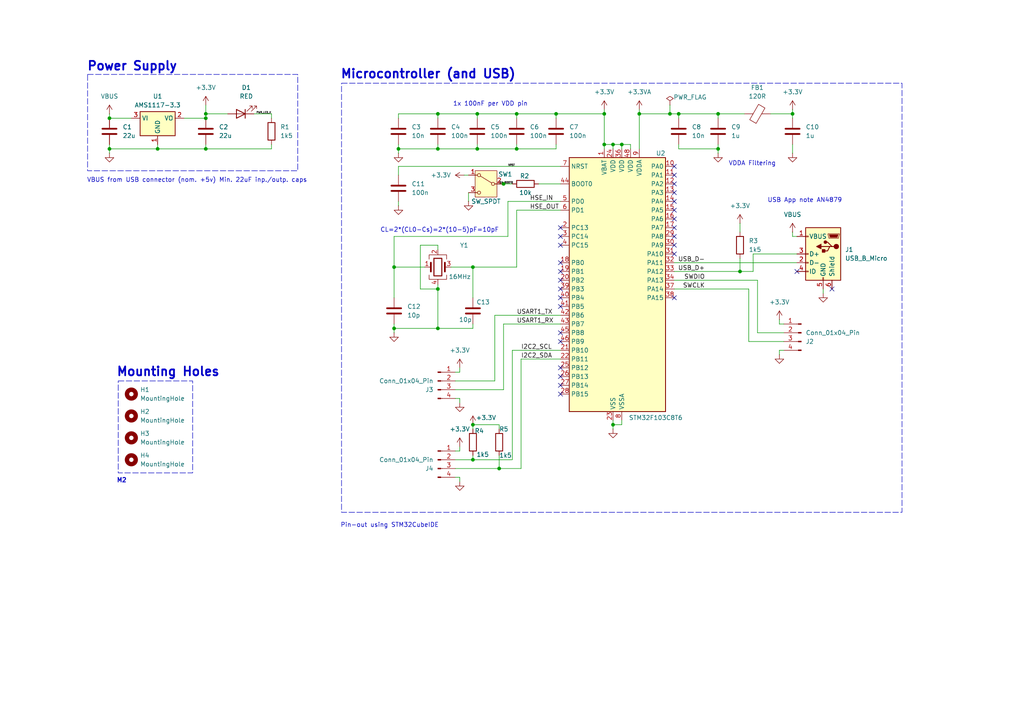
<source format=kicad_sch>
(kicad_sch (version 20231120) (generator "eeschema") (generator_version "8.0")
  (paper "A4")
  (lib_symbols
    (symbol "Connector:Conn_01x04_Pin" (pin_names (offset 1.016) hide)
      (property "Reference" "J" (at 0 5.08 0))
      (property "Value" "Conn_01x04_Pin" (at 0 -7.62 0))
      (symbol "Conn_01x04_Pin_1_1"
        (polyline (pts (xy 1.27 -5.08) (xy 0.8636 -5.08)) (stroke (width 0.1524)))
        (polyline (pts (xy 1.27 -2.54) (xy 0.8636 -2.54)) (stroke (width 0.1524)))
        (polyline (pts (xy 1.27 0) (xy 0.8636 0)) (stroke (width 0.1524)))
        (polyline (pts (xy 1.27 2.54) (xy 0.8636 2.54)) (stroke (width 0.1524)))
        (rectangle (start 0.8636 -4.953) (end 0 -5.207) (stroke (width 0.1524)) (fill (type outline)))
        (rectangle (start 0.8636 -2.413) (end 0 -2.667) (stroke (width 0.1524)) (fill (type outline)))
        (rectangle (start 0.8636 0.127) (end 0 -0.127) (stroke (width 0.1524)) (fill (type outline)))
        (rectangle (start 0.8636 2.667) (end 0 2.413) (stroke (width 0.1524)) (fill (type outline)))
        (pin passive line (at 5.08 2.54 180) (length 3.81) (name "Pin_1") (number "1"))
        (pin passive line (at 5.08 0 180) (length 3.81) (name "Pin_2") (number "2"))
        (pin passive line (at 5.08 -2.54 180) (length 3.81) (name "Pin_3") (number "3"))
        (pin passive line (at 5.08 -5.08 180) (length 3.81) (name "Pin_4") (number "4"))
      )
    )
    (symbol "Connector:USB_B_Micro" (pin_names (offset 1.016))
      (property "Reference" "J" (at -5.08 11.43 0))
      (property "Value" "USB_B_Micro" (at -5.08 8.89 0))
      (symbol "USB_B_Micro_0_1"
        (rectangle (start -5.08 -7.62) (end 5.08 7.62) (stroke (width 0.254)) (fill (type background)))
        (circle (center -3.81 2.159) (radius 0.635) (stroke (width 0.254)) (fill (type outline)))
        (circle (center -0.635 3.429) (radius 0.381) (stroke (width 0.254)) (fill (type outline)))
        (rectangle (start -0.127 -7.62) (end 0.127 -6.858))
        (polyline (pts (xy -1.905 2.159) (xy 0.635 2.159)) (stroke (width 0.254)))
        (polyline (pts (xy -3.175 2.159) (xy -2.54 2.159) (xy -1.27 3.429) (xy -0.635 3.429)) (stroke (width 0.254)))
        (polyline (pts (xy -2.54 2.159) (xy -1.905 2.159) (xy -1.27 0.889) (xy 0 0.889)) (stroke (width 0.254)))
        (polyline (pts (xy 0.635 2.794) (xy 0.635 1.524) (xy 1.905 2.159) (xy 0.635 2.794)) (stroke (width 0.254)) (fill (type outline)))
        (polyline (pts (xy -4.318 5.588) (xy -1.778 5.588) (xy -2.032 4.826) (xy -4.064 4.826) (xy -4.318 5.588)) (fill (type outline)))
        (polyline (pts (xy -4.699 5.842) (xy -4.699 5.588) (xy -4.445 4.826) (xy -4.445 4.572) (xy -1.651 4.572) (xy -1.651 4.826) (xy -1.397 5.588) (xy -1.397 5.842) (xy -4.699 5.842)))
        (rectangle (start 0.254 1.27) (end -0.508 0.508) (stroke (width 0.254)) (fill (type outline)))
        (rectangle (start 5.08 -5.207) (end 4.318 -4.953))
        (rectangle (start 5.08 -2.667) (end 4.318 -2.413))
        (rectangle (start 5.08 -0.127) (end 4.318 0.127))
        (rectangle (start 5.08 4.953) (end 4.318 5.207))
      )
      (symbol "USB_B_Micro_1_1"
        (pin power_out line (at 7.62 5.08 180) (length 2.54) (name "VBUS") (number "1"))
        (pin bidirectional line (at 7.62 -2.54 180) (length 2.54) (name "D-") (number "2"))
        (pin bidirectional line (at 7.62 0 180) (length 2.54) (name "D+") (number "3"))
        (pin passive line (at 7.62 -5.08 180) (length 2.54) (name "ID") (number "4"))
        (pin power_out line (at 0 -10.16 90) (length 2.54) (name "GND") (number "5"))
        (pin passive line (at -2.54 -10.16 90) (length 2.54) (name "Shield") (number "6"))
      )
    )
    (symbol "Device:C" (pin_numbers hide) (pin_names (offset 0.254))
      (property "Reference" "C" (at 0.635 2.54 0))
      (property "Value" "C" (at 0.635 -2.54 0))
      (symbol "C_0_1"
        (polyline (pts (xy -2.032 -0.762) (xy 2.032 -0.762)) (stroke (width 0.508)))
        (polyline (pts (xy -2.032 0.762) (xy 2.032 0.762)) (stroke (width 0.508)))
      )
      (symbol "C_1_1"
        (pin passive line (at 0 3.81 270) (length 2.794) (name "~") (number "1"))
        (pin passive line (at 0 -3.81 90) (length 2.794) (name "~") (number "2"))
      )
    )
    (symbol "Device:Crystal_GND24" (pin_names (offset 1.016) hide)
      (property "Reference" "Y" (at 3.175 5.08 0))
      (property "Value" "Crystal_GND24" (at 3.175 3.175 0))
      (symbol "Crystal_GND24_0_1"
        (rectangle (start -1.143 2.54) (end 1.143 -2.54) (stroke (width 0.3048)))
        (polyline (pts (xy -2.54 0) (xy -2.032 0)))
        (polyline (pts (xy -2.032 -1.27) (xy -2.032 1.27)) (stroke (width 0.508)))
        (polyline (pts (xy 0 -3.81) (xy 0 -3.556)))
        (polyline (pts (xy 0 3.556) (xy 0 3.81)))
        (polyline (pts (xy 2.032 -1.27) (xy 2.032 1.27)) (stroke (width 0.508)))
        (polyline (pts (xy 2.032 0) (xy 2.54 0)))
        (polyline (pts (xy -2.54 -2.286) (xy -2.54 -3.556) (xy 2.54 -3.556) (xy 2.54 -2.286)))
        (polyline (pts (xy -2.54 2.286) (xy -2.54 3.556) (xy 2.54 3.556) (xy 2.54 2.286)))
      )
      (symbol "Crystal_GND24_1_1"
        (pin passive line (at -3.81 0 0) (length 1.27) (name "1") (number "1"))
        (pin passive line (at 0 5.08 270) (length 1.27) (name "2") (number "2"))
        (pin passive line (at 3.81 0 180) (length 1.27) (name "3") (number "3"))
        (pin passive line (at 0 -5.08 90) (length 1.27) (name "4") (number "4"))
      )
    )
    (symbol "Device:FerriteBead" (pin_numbers hide) (pin_names (offset 0))
      (property "Reference" "FB" (at -3.81 0.635 90))
      (property "Value" "FerriteBead" (at 3.81 0 90))
      (symbol "FerriteBead_0_1"
        (polyline (pts (xy 0 -1.27) (xy 0 -1.2192)))
        (polyline (pts (xy 0 1.27) (xy 0 1.2954)))
        (polyline (pts (xy -2.7686 0.4064) (xy -1.7018 2.2606) (xy 2.7686 -0.3048) (xy 1.6764 -2.159) (xy -2.7686 0.4064)))
      )
      (symbol "FerriteBead_1_1"
        (pin passive line (at 0 3.81 270) (length 2.54) (name "~") (number "1"))
        (pin passive line (at 0 -3.81 90) (length 2.54) (name "~") (number "2"))
      )
    )
    (symbol "Device:LED" (pin_numbers hide) (pin_names (offset 1.016) hide)
      (property "Reference" "D" (at 0 2.54 0))
      (property "Value" "LED" (at 0 -2.54 0))
      (symbol "LED_0_1"
        (polyline (pts (xy -1.27 -1.27) (xy -1.27 1.27)) (stroke (width 0.254)))
        (polyline (pts (xy -1.27 0) (xy 1.27 0)))
        (polyline (pts (xy 1.27 -1.27) (xy 1.27 1.27) (xy -1.27 0) (xy 1.27 -1.27)) (stroke (width 0.254)))
        (polyline (pts (xy -3.048 -0.762) (xy -4.572 -2.286) (xy -3.81 -2.286) (xy -4.572 -2.286) (xy -4.572 -1.524)))
        (polyline (pts (xy -1.778 -0.762) (xy -3.302 -2.286) (xy -2.54 -2.286) (xy -3.302 -2.286) (xy -3.302 -1.524)))
      )
      (symbol "LED_1_1"
        (pin passive line (at -3.81 0 0) (length 2.54) (name "K") (number "1"))
        (pin passive line (at 3.81 0 180) (length 2.54) (name "A") (number "2"))
      )
    )
    (symbol "Device:R" (pin_numbers hide) (pin_names (offset 0))
      (property "Reference" "R" (at 2.032 0 90))
      (property "Value" "R" (at 0 0 90))
      (symbol "R_0_1"
        (rectangle (start -1.016 -2.54) (end 1.016 2.54) (stroke (width 0.254)))
      )
      (symbol "R_1_1"
        (pin passive line (at 0 3.81 270) (length 1.27) (name "~") (number "1"))
        (pin passive line (at 0 -3.81 90) (length 1.27) (name "~") (number "2"))
      )
    )
    (symbol "MCU_ST_STM32F1:STM32F103C8Tx"
      (property "Reference" "U" (at -12.7 39.37 0))
      (property "Value" "STM32F103C8Tx" (at 10.16 39.37 0))
      (symbol "STM32F103C8Tx_0_1"
        (rectangle (start -12.7 -35.56) (end 15.24 38.1) (stroke (width 0.254)) (fill (type background)))
      )
      (symbol "STM32F103C8Tx_1_1"
        (pin power_in line (at -2.54 40.64 270) (length 2.54) (name "VBAT") (number "1"))
        (pin bidirectional line (at 17.78 35.56 180) (length 2.54) (name "PA0") (number "10"))
        (pin bidirectional line (at 17.78 33.02 180) (length 2.54) (name "PA1") (number "11"))
        (pin bidirectional line (at 17.78 30.48 180) (length 2.54) (name "PA2") (number "12"))
        (pin bidirectional line (at 17.78 27.94 180) (length 2.54) (name "PA3") (number "13"))
        (pin bidirectional line (at 17.78 25.4 180) (length 2.54) (name "PA4") (number "14"))
        (pin bidirectional line (at 17.78 22.86 180) (length 2.54) (name "PA5") (number "15"))
        (pin bidirectional line (at 17.78 20.32 180) (length 2.54) (name "PA6") (number "16"))
        (pin bidirectional line (at 17.78 17.78 180) (length 2.54) (name "PA7") (number "17"))
        (pin bidirectional line (at -15.24 7.62 0) (length 2.54) (name "PB0") (number "18"))
        (pin bidirectional line (at -15.24 5.08 0) (length 2.54) (name "PB1") (number "19"))
        (pin bidirectional line (at -15.24 17.78 0) (length 2.54) (name "PC13") (number "2"))
        (pin bidirectional line (at -15.24 2.54 0) (length 2.54) (name "PB2") (number "20"))
        (pin bidirectional line (at -15.24 -17.78 0) (length 2.54) (name "PB10") (number "21"))
        (pin bidirectional line (at -15.24 -20.32 0) (length 2.54) (name "PB11") (number "22"))
        (pin power_in line (at 0 -38.1 90) (length 2.54) (name "VSS") (number "23"))
        (pin power_in line (at 0 40.64 270) (length 2.54) (name "VDD") (number "24"))
        (pin bidirectional line (at -15.24 -22.86 0) (length 2.54) (name "PB12") (number "25"))
        (pin bidirectional line (at -15.24 -25.4 0) (length 2.54) (name "PB13") (number "26"))
        (pin bidirectional line (at -15.24 -27.94 0) (length 2.54) (name "PB14") (number "27"))
        (pin bidirectional line (at -15.24 -30.48 0) (length 2.54) (name "PB15") (number "28"))
        (pin bidirectional line (at 17.78 15.24 180) (length 2.54) (name "PA8") (number "29"))
        (pin bidirectional line (at -15.24 15.24 0) (length 2.54) (name "PC14") (number "3"))
        (pin bidirectional line (at 17.78 12.7 180) (length 2.54) (name "PA9") (number "30"))
        (pin bidirectional line (at 17.78 10.16 180) (length 2.54) (name "PA10") (number "31"))
        (pin bidirectional line (at 17.78 7.62 180) (length 2.54) (name "PA11") (number "32"))
        (pin bidirectional line (at 17.78 5.08 180) (length 2.54) (name "PA12") (number "33"))
        (pin bidirectional line (at 17.78 2.54 180) (length 2.54) (name "PA13") (number "34"))
        (pin passive line (at 0 -38.1 90) (length 2.54) hide (name "VSS") (number "35"))
        (pin power_in line (at 2.54 40.64 270) (length 2.54) (name "VDD") (number "36"))
        (pin bidirectional line (at 17.78 0 180) (length 2.54) (name "PA14") (number "37"))
        (pin bidirectional line (at 17.78 -2.54 180) (length 2.54) (name "PA15") (number "38"))
        (pin bidirectional line (at -15.24 0 0) (length 2.54) (name "PB3") (number "39"))
        (pin bidirectional line (at -15.24 12.7 0) (length 2.54) (name "PC15") (number "4"))
        (pin bidirectional line (at -15.24 -2.54 0) (length 2.54) (name "PB4") (number "40"))
        (pin bidirectional line (at -15.24 -5.08 0) (length 2.54) (name "PB5") (number "41"))
        (pin bidirectional line (at -15.24 -7.62 0) (length 2.54) (name "PB6") (number "42"))
        (pin bidirectional line (at -15.24 -10.16 0) (length 2.54) (name "PB7") (number "43"))
        (pin input line (at -15.24 30.48 0) (length 2.54) (name "BOOT0") (number "44"))
        (pin bidirectional line (at -15.24 -12.7 0) (length 2.54) (name "PB8") (number "45"))
        (pin bidirectional line (at -15.24 -15.24 0) (length 2.54) (name "PB9") (number "46"))
        (pin passive line (at 0 -38.1 90) (length 2.54) hide (name "VSS") (number "47"))
        (pin power_in line (at 5.08 40.64 270) (length 2.54) (name "VDD") (number "48"))
        (pin bidirectional line (at -15.24 25.4 0) (length 2.54) (name "PD0") (number "5"))
        (pin bidirectional line (at -15.24 22.86 0) (length 2.54) (name "PD1") (number "6"))
        (pin input line (at -15.24 35.56 0) (length 2.54) (name "NRST") (number "7"))
        (pin power_in line (at 2.54 -38.1 90) (length 2.54) (name "VSSA") (number "8"))
        (pin power_in line (at 7.62 40.64 270) (length 2.54) (name "VDDA") (number "9"))
      )
    )
    (symbol "Mechanical:MountingHole" (pin_names (offset 1.016)) (exclude_from_sim yes) (in_bom no)
      (property "Reference" "H" (at 0 5.08 0))
      (property "Value" "MountingHole" (at 0 3.175 0))
      (symbol "MountingHole_0_1"
        (circle (center 0 0) (radius 1.27) (stroke (width 1.27)))
      )
    )
    (symbol "Regulator_Linear:AMS1117-3.3"
      (property "Reference" "U" (at -3.81 3.175 0))
      (property "Value" "AMS1117-3.3" (at 0 3.175 0))
      (symbol "AMS1117-3.3_0_1"
        (rectangle (start -5.08 -5.08) (end 5.08 1.905) (stroke (width 0.254)) (fill (type background)))
      )
      (symbol "AMS1117-3.3_1_1"
        (pin power_in line (at 0 -7.62 90) (length 2.54) (name "GND") (number "1"))
        (pin power_out line (at 7.62 0 180) (length 2.54) (name "VO") (number "2"))
        (pin power_in line (at -7.62 0 0) (length 2.54) (name "VI") (number "3"))
      )
    )
    (symbol "Switch:SW_SPDT" (pin_names (offset 0) hide)
      (property "Reference" "SW" (at 0 5.08 0))
      (property "Value" "SW_SPDT" (at 0 -5.08 0))
      (symbol "SW_SPDT_0_1"
        (circle (center -2.032 0) (radius 0.4572))
        (polyline (pts (xy -1.651 0.254) (xy 1.651 2.286)))
        (circle (center 2.032 -2.54) (radius 0.4572))
        (circle (center 2.032 2.54) (radius 0.4572))
      )
      (symbol "SW_SPDT_1_1"
        (rectangle (start -3.175 3.81) (end 3.175 -3.81) (fill (type background)))
        (pin passive line (at 5.08 2.54 180) (length 2.54) (name "A") (number "1"))
        (pin passive line (at -5.08 0 0) (length 2.54) (name "B") (number "2"))
        (pin passive line (at 5.08 -2.54 180) (length 2.54) (name "C") (number "3"))
      )
    )
    (symbol "power:+3.3V" (power) (pin_numbers hide) (pin_names (offset 0) hide)
      (property "Value" "+3.3V" (at 0 3.556 0))
      (symbol "+3.3V_0_1"
        (polyline (pts (xy -0.762 1.27) (xy 0 2.54)))
        (polyline (pts (xy 0 0) (xy 0 2.54)))
        (polyline (pts (xy 0 2.54) (xy 0.762 1.27)))
      )
      (symbol "+3.3V_1_1"
        (pin power_in line (at 0 0 90) (length 0) (name "~") (number "1"))
      )
    )
    (symbol "power:+3.3VA" (power) (pin_numbers hide) (pin_names (offset 0) hide)
      (property "Value" "+3.3VA" (at 0 3.556 0))
      (symbol "+3.3VA_0_1"
        (polyline (pts (xy -0.762 1.27) (xy 0 2.54)))
        (polyline (pts (xy 0 0) (xy 0 2.54)))
        (polyline (pts (xy 0 2.54) (xy 0.762 1.27)))
      )
      (symbol "+3.3VA_1_1"
        (pin power_in line (at 0 0 90) (length 0) (name "~") (number "1"))
      )
    )
    (symbol "power:GND" (power) (pin_numbers hide) (pin_names (offset 0) hide)
      (property "Value" "GND" (at 0 -3.81 0))
      (symbol "GND_0_1"
        (polyline (pts (xy 0 0) (xy 0 -1.27) (xy 1.27 -1.27) (xy 0 -2.54) (xy -1.27 -1.27) (xy 0 -1.27)))
      )
      (symbol "GND_1_1"
        (pin power_in line (at 0 0 270) (length 0) (name "~") (number "1"))
      )
    )
    (symbol "power:PWR_FLAG" (power) (pin_numbers hide) (pin_names (offset 0) hide)
      (property "Value" "PWR_FLAG" (at 0 3.81 0))
      (symbol "PWR_FLAG_0_0"
        (pin power_out line (at 0 0 90) (length 0) (name "~") (number "1"))
      )
      (symbol "PWR_FLAG_0_1"
        (polyline (pts (xy 0 0) (xy 0 1.27) (xy -1.016 1.905) (xy 0 2.54) (xy 1.016 1.905) (xy 0 1.27)))
      )
    )
    (symbol "power:VBUS" (power) (pin_numbers hide) (pin_names (offset 0) hide)
      (property "Value" "VBUS" (at 0 3.556 0))
      (symbol "VBUS_0_1"
        (polyline (pts (xy -0.762 1.27) (xy 0 2.54)))
        (polyline (pts (xy 0 0) (xy 0 2.54)))
        (polyline (pts (xy 0 2.54) (xy 0.762 1.27)))
      )
      (symbol "VBUS_1_1"
        (pin power_in line (at 0 0 90) (length 0) (name "~") (number "1"))
      )
    )
  )
  (junction (at 127 95.25))
  (junction (at 137.16 133.35))
  (junction (at 137.16 77.47))
  (junction (at 146.05 53.34))
  (junction (at 45.72 43.18))
  (junction (at 175.26 41.91))
  (junction (at 208.28 33.02))
  (junction (at 31.75 34.29))
  (junction (at 59.69 33.02))
  (junction (at 161.29 33.02))
  (junction (at 144.78 135.89))
  (junction (at 115.57 43.18))
  (junction (at 177.8 41.91))
  (junction (at 114.3 95.25))
  (junction (at 177.8 123.19))
  (junction (at 127 33.02))
  (junction (at 137.16 123.19))
  (junction (at 138.43 43.18))
  (junction (at 214.63 78.74))
  (junction (at 149.86 33.02))
  (junction (at 229.87 33.02))
  (junction (at 127 83.82))
  (junction (at 127 43.18))
  (junction (at 31.75 43.18))
  (junction (at 138.43 33.02))
  (junction (at 59.69 43.18))
  (junction (at 185.42 33.02))
  (junction (at 208.28 43.18))
  (junction (at 175.26 33.02))
  (junction (at 59.69 34.29))
  (junction (at 114.3 77.47))
  (junction (at 194.31 33.02))
  (junction (at 180.34 41.91))
  (junction (at 149.86 43.18))
  (junction (at 196.85 33.02))
  (no_connect (at 162.56 99.06))
  (no_connect (at 162.56 96.52))
  (no_connect (at 162.56 111.76))
  (no_connect (at 162.56 76.2))
  (no_connect (at 162.56 68.58))
  (no_connect (at 195.58 73.66))
  (no_connect (at 162.56 109.22))
  (no_connect (at 162.56 81.28))
  (no_connect (at 162.56 88.9))
  (no_connect (at 162.56 106.68))
  (no_connect (at 162.56 83.82))
  (no_connect (at 162.56 66.04))
  (no_connect (at 195.58 86.36))
  (no_connect (at 195.58 55.88))
  (no_connect (at 162.56 86.36))
  (no_connect (at 195.58 66.04))
  (no_connect (at 162.56 78.74))
  (no_connect (at 195.58 63.5))
  (no_connect (at 195.58 58.42))
  (no_connect (at 162.56 71.12))
  (no_connect (at 195.58 50.8))
  (no_connect (at 241.3 83.82))
  (no_connect (at 162.56 114.3))
  (no_connect (at 231.14 78.74))
  (no_connect (at 195.58 71.12))
  (no_connect (at 195.58 48.26))
  (no_connect (at 195.58 53.34))
  (no_connect (at 195.58 60.96))
  (no_connect (at 195.58 68.58))
  (wire (pts (xy 31.75 34.29) (xy 38.1 34.29)))
  (wire (pts (xy 127 41.91) (xy 127 43.18)))
  (wire (pts (xy 161.29 41.91) (xy 161.29 43.18)))
  (wire (pts (xy 151.13 104.14) (xy 162.56 104.14)))
  (wire (pts (xy 175.26 33.02) (xy 161.29 33.02)))
  (wire (pts (xy 195.58 76.2) (xy 231.14 76.2)))
  (wire (pts (xy 115.57 41.91) (xy 115.57 43.18)))
  (wire (pts (xy 132.08 110.49) (xy 143.51 110.49)))
  (wire (pts (xy 214.63 64.77) (xy 214.63 67.31)))
  (wire (pts (xy 149.86 43.18) (xy 161.29 43.18)))
  (wire (pts (xy 137.16 133.35) (xy 148.59 133.35)))
  (wire (pts (xy 196.85 33.02) (xy 196.85 34.29)))
  (wire (pts (xy 134.62 50.8) (xy 135.89 50.8)))
  (wire (pts (xy 133.35 139.7) (xy 133.35 138.43)))
  (wire (pts (xy 229.87 33.02) (xy 229.87 34.29)))
  (wire (pts (xy 149.86 33.02) (xy 149.86 34.29)))
  (wire (pts (xy 175.26 31.75) (xy 175.26 33.02)))
  (wire (pts (xy 132.08 133.35) (xy 137.16 133.35)))
  (wire (pts (xy 161.29 33.02) (xy 149.86 33.02)))
  (wire (pts (xy 137.16 77.47) (xy 137.16 86.36)))
  (wire (pts (xy 148.59 101.6) (xy 148.59 133.35)))
  (wire (pts (xy 59.69 33.02) (xy 66.04 33.02)))
  (wire (pts (xy 208.28 43.18) (xy 208.28 44.45)))
  (wire (pts (xy 132.08 135.89) (xy 144.78 135.89)))
  (wire (pts (xy 115.57 44.45) (xy 115.57 43.18)))
  (wire (pts (xy 214.63 74.93) (xy 214.63 78.74)))
  (wire (pts (xy 143.51 91.44) (xy 162.56 91.44)))
  (wire (pts (xy 137.16 93.98) (xy 137.16 95.25)))
  (wire (pts (xy 175.26 33.02) (xy 175.26 41.91)))
  (wire (pts (xy 127 83.82) (xy 127 82.55)))
  (wire (pts (xy 31.75 43.18) (xy 31.75 44.45)))
  (wire (pts (xy 226.06 93.98) (xy 227.33 93.98)))
  (wire (pts (xy 114.3 95.25) (xy 127 95.25)))
  (wire (pts (xy 121.92 83.82) (xy 127 83.82)))
  (wire (pts (xy 115.57 48.26) (xy 162.56 48.26)))
  (wire (pts (xy 151.13 104.14) (xy 151.13 135.89)))
  (wire (pts (xy 144.78 123.19) (xy 144.78 124.46)))
  (wire (pts (xy 31.75 43.18) (xy 45.72 43.18)))
  (wire (pts (xy 147.32 58.42) (xy 162.56 58.42)))
  (wire (pts (xy 185.42 43.18) (xy 185.42 33.02)))
  (wire (pts (xy 115.57 33.02) (xy 115.57 34.29)))
  (wire (pts (xy 133.35 115.57) (xy 132.08 115.57)))
  (wire (pts (xy 146.05 53.34) (xy 148.59 53.34)))
  (wire (pts (xy 78.74 43.18) (xy 59.69 43.18)))
  (wire (pts (xy 149.86 33.02) (xy 138.43 33.02)))
  (wire (pts (xy 137.16 123.19) (xy 137.16 124.46)))
  (wire (pts (xy 208.28 43.18) (xy 208.28 41.91)))
  (wire (pts (xy 194.31 33.02) (xy 196.85 33.02)))
  (wire (pts (xy 144.78 132.08) (xy 144.78 135.89)))
  (wire (pts (xy 149.86 41.91) (xy 149.86 43.18)))
  (wire (pts (xy 226.06 102.87) (xy 226.06 101.6)))
  (wire (pts (xy 144.78 53.34) (xy 146.05 53.34)))
  (wire (pts (xy 115.57 43.18) (xy 127 43.18)))
  (wire (pts (xy 177.8 41.91) (xy 180.34 41.91)))
  (wire (pts (xy 214.63 78.74) (xy 218.44 78.74)))
  (wire (pts (xy 185.42 31.75) (xy 185.42 33.02)))
  (wire (pts (xy 226.06 101.6) (xy 227.33 101.6)))
  (wire (pts (xy 45.72 41.91) (xy 45.72 43.18)))
  (wire (pts (xy 226.06 92.71) (xy 226.06 93.98)))
  (wire (pts (xy 194.31 30.48) (xy 194.31 33.02)))
  (wire (pts (xy 231.14 73.66) (xy 218.44 73.66)))
  (wire (pts (xy 229.87 41.91) (xy 229.87 44.45)))
  (wire (pts (xy 114.3 68.58) (xy 114.3 77.47)))
  (wire (pts (xy 133.35 116.84) (xy 133.35 115.57)))
  (wire (pts (xy 156.21 53.34) (xy 162.56 53.34)))
  (wire (pts (xy 195.58 83.82) (xy 217.17 83.82)))
  (wire (pts (xy 135.89 55.88) (xy 135.89 58.42)))
  (wire (pts (xy 133.35 138.43) (xy 132.08 138.43)))
  (wire (pts (xy 218.44 73.66) (xy 218.44 78.74)))
  (wire (pts (xy 208.28 33.02) (xy 215.9 33.02)))
  (wire (pts (xy 148.59 101.6) (xy 162.56 101.6)))
  (wire (pts (xy 227.33 99.06) (xy 217.17 99.06)))
  (wire (pts (xy 137.16 132.08) (xy 137.16 133.35)))
  (wire (pts (xy 31.75 41.91) (xy 31.75 43.18)))
  (wire (pts (xy 31.75 33.02) (xy 31.75 34.29)))
  (wire (pts (xy 227.33 96.52) (xy 219.71 96.52)))
  (wire (pts (xy 217.17 99.06) (xy 217.17 83.82)))
  (wire (pts (xy 180.34 41.91) (xy 182.88 41.91)))
  (wire (pts (xy 229.87 68.58) (xy 231.14 68.58)))
  (wire (pts (xy 137.16 123.19) (xy 144.78 123.19)))
  (wire (pts (xy 59.69 34.29) (xy 59.69 33.02)))
  (wire (pts (xy 137.16 77.47) (xy 149.86 77.47)))
  (wire (pts (xy 223.52 33.02) (xy 229.87 33.02)))
  (wire (pts (xy 59.69 30.48) (xy 59.69 33.02)))
  (wire (pts (xy 115.57 48.26) (xy 115.57 50.8)))
  (wire (pts (xy 180.34 41.91) (xy 180.34 43.18)))
  (wire (pts (xy 78.74 33.02) (xy 78.74 34.29)))
  (wire (pts (xy 143.51 110.49) (xy 143.51 91.44)))
  (wire (pts (xy 138.43 33.02) (xy 127 33.02)))
  (wire (pts (xy 53.34 34.29) (xy 59.69 34.29)))
  (wire (pts (xy 133.35 106.68) (xy 133.35 107.95)))
  (wire (pts (xy 146.05 93.98) (xy 162.56 93.98)))
  (wire (pts (xy 127 71.12) (xy 121.92 71.12)))
  (wire (pts (xy 149.86 60.96) (xy 162.56 60.96)))
  (wire (pts (xy 114.3 95.25) (xy 114.3 96.52)))
  (wire (pts (xy 133.35 107.95) (xy 132.08 107.95)))
  (wire (pts (xy 182.88 41.91) (xy 182.88 43.18)))
  (wire (pts (xy 196.85 41.91) (xy 196.85 43.18)))
  (wire (pts (xy 123.19 77.47) (xy 114.3 77.47)))
  (wire (pts (xy 114.3 77.47) (xy 114.3 86.36)))
  (wire (pts (xy 219.71 96.52) (xy 219.71 81.28)))
  (wire (pts (xy 195.58 78.74) (xy 214.63 78.74)))
  (wire (pts (xy 177.8 123.19) (xy 180.34 123.19)))
  (wire (pts (xy 138.43 43.18) (xy 149.86 43.18)))
  (wire (pts (xy 127 33.02) (xy 115.57 33.02)))
  (wire (pts (xy 127 83.82) (xy 127 95.25)))
  (wire (pts (xy 180.34 121.92) (xy 180.34 123.19)))
  (wire (pts (xy 127 33.02) (xy 127 34.29)))
  (wire (pts (xy 78.74 41.91) (xy 78.74 43.18)))
  (wire (pts (xy 208.28 33.02) (xy 208.28 34.29)))
  (wire (pts (xy 196.85 43.18) (xy 208.28 43.18)))
  (wire (pts (xy 185.42 33.02) (xy 194.31 33.02)))
  (wire (pts (xy 127 43.18) (xy 138.43 43.18)))
  (wire (pts (xy 147.32 68.58) (xy 147.32 58.42)))
  (wire (pts (xy 195.58 81.28) (xy 219.71 81.28)))
  (wire (pts (xy 73.66 33.02) (xy 78.74 33.02)))
  (wire (pts (xy 138.43 33.02) (xy 138.43 34.29)))
  (wire (pts (xy 115.57 58.42) (xy 115.57 59.69)))
  (wire (pts (xy 45.72 43.18) (xy 59.69 43.18)))
  (wire (pts (xy 177.8 123.19) (xy 177.8 124.46)))
  (wire (pts (xy 238.76 83.82) (xy 238.76 85.09)))
  (wire (pts (xy 114.3 93.98) (xy 114.3 95.25)))
  (wire (pts (xy 144.78 135.89) (xy 151.13 135.89)))
  (wire (pts (xy 149.86 77.47) (xy 149.86 60.96)))
  (wire (pts (xy 177.8 41.91) (xy 177.8 43.18)))
  (wire (pts (xy 127 95.25) (xy 137.16 95.25)))
  (wire (pts (xy 177.8 121.92) (xy 177.8 123.19)))
  (wire (pts (xy 114.3 68.58) (xy 147.32 68.58)))
  (wire (pts (xy 130.81 77.47) (xy 137.16 77.47)))
  (wire (pts (xy 133.35 130.81) (xy 132.08 130.81)))
  (wire (pts (xy 138.43 41.91) (xy 138.43 43.18)))
  (wire (pts (xy 146.05 113.03) (xy 146.05 93.98)))
  (wire (pts (xy 59.69 43.18) (xy 59.69 41.91)))
  (wire (pts (xy 133.35 129.54) (xy 133.35 130.81)))
  (wire (pts (xy 196.85 33.02) (xy 208.28 33.02)))
  (wire (pts (xy 229.87 67.31) (xy 229.87 68.58)))
  (wire (pts (xy 229.87 31.75) (xy 229.87 33.02)))
  (wire (pts (xy 175.26 41.91) (xy 177.8 41.91)))
  (wire (pts (xy 132.08 113.03) (xy 146.05 113.03)))
  (wire (pts (xy 175.26 41.91) (xy 175.26 43.18)))
  (wire (pts (xy 127 72.39) (xy 127 71.12)))
  (wire (pts (xy 121.92 71.12) (xy 121.92 83.82)))
  (wire (pts (xy 161.29 33.02) (xy 161.29 34.29)))
  (rectangle (start 99.06 24.13) (end 261.62 148.59) (stroke (width 0) (type dash)))
  (rectangle (start 34.29 110.49) (end 55.88 137.16) (stroke (width 0) (type dash)))
  (rectangle (start 25.4 21.59) (end 86.36 49.53) (stroke (width 0) (type dash)))
  (text "USB App note AN4879\n" (at 233.426 58.166 0) (effects (font (size 1.27 1.27))))
  (text "Pin-out using STM32CubeIDE" (at 113.03 152.4 0) (effects (font (size 1.27 1.27))))
  (text "VBUS from USB connector (nom. +5v) Min. 22uF inp./outp. caps" (at 57.15 52.324 0) (effects (font (size 1.27 1.27))))
  (text "M2" (at 35.306 139.446 0) (effects (font (size 1.27 1.27) (bold yes))))
  (text "1x 100nF per VDD pin" (at 142.24 30.226 0) (effects (font (size 1.27 1.27))))
  (text "CL=2*(CL0-Cs)=2*(10-5)pF=10pF" (at 127.508 66.802 0) (effects (font (size 1.27 1.27))))
  (text "Mounting Holes" (at 48.768 107.95 0) (effects (font (size 2.54 2.54) (thickness 0.508) (bold yes))))
  (text "VDDA Filtering\n" (at 218.186 47.498 0) (effects (font (size 1.27 1.27))))
  (text "Microcontroller (and USB)" (at 124.206 21.59 0) (effects (font (size 2.54 2.54) (bold yes))))
  (text "Power Supply" (at 38.354 19.304 0) (effects (font (size 2.54 2.54) (bold yes))))
  (label "USART1_TX" (at 149.86 91.44 0))
  (label "SW_BOOT0" (at 144.78 53.34 0) (effects (font (size 0.508 0.508))))
  (label "NRST" (at 147.32 48.26 0) (effects (font (size 0.508 0.508))))
  (label "I2C2_SCL" (at 151.13 101.6 0))
  (label "PWR_LED_K" (at 78.74 33.02 180) (effects (font (size 0.508 0.508))))
  (label "USART1_RX" (at 149.86 93.98 0))
  (label "HSE_OUT" (at 153.67 60.96 0))
  (label "I2C2_SDA" (at 151.13 104.14 0))
  (label "HSE_IN" (at 153.67 58.42 0))
  (label "USB_D-" (at 204.47 76.2 180))
  (label "SWDIO" (at 204.47 81.28 180))
  (label "USB_D+" (at 204.47 78.74 180))
  (label "SWCLK" (at 204.47 83.82 180))
  (symbol (lib_id "power:+3.3V") (at 226.06 92.71 0) (unit 1)
    (property "Reference" "#PWR016" (effects (hide yes)))
    (property "Value" "+3.3V" (at 226.06 87.63 0))
    (property "Description" "Power symbol creates a global label with name \"+3.3V\"" (effects (hide yes)))
  )
  (symbol (lib_id "power:GND") (at 238.76 85.09 0) (unit 1)
    (property "Reference" "#PWR015" (effects (hide yes)))
    (property "Value" "GND" (effects (hide yes)))
    (property "Description" "Power symbol creates a global label with name \"GND\" , ground" (effects (hide yes)))
  )
  (symbol (lib_id "power:PWR_FLAG") (at 194.31 30.48 0) (unit 1)
    (property "Reference" "#FLG01" (effects (hide yes)))
    (property "Value" "PWR_FLAG" (at 200.152 28.194 0))
    (property "Description" "Special symbol for telling ERC where power comes from" (effects (hide yes)))
  )
  (symbol (lib_id "MCU_ST_STM32F1:STM32F103C8Tx") (at 177.8 83.82 0) (unit 1)
    (property "Reference" "U2" (at 190.246 44.45 0) (effects (justify left)))
    (property "Value" "STM32F103C8T6" (at 182.372 121.158 0) (effects (justify left)))
    (property "Footprint" "Package_QFP:LQFP-48_7x7mm_P0.5mm" (effects (hide yes)))
    (property "Datasheet" "https://www.st.com/resource/en/datasheet/stm32f103c8.pdf" (effects (hide yes)))
    (property "Description" "STMicroelectronics Arm Cortex-M3 MCU, 64KB flash, 20KB RAM, 72 MHz, 2.0-3.6V, 37 GPIO, LQFP48" (effects (hide yes)))
  )
  (symbol (lib_id "Device:C") (at 31.75 38.1 0) (unit 1)
    (property "Reference" "C1" (at 35.56 36.8299 0) (effects (justify left)))
    (property "Value" "22u" (at 35.56 39.3699 0) (effects (justify left)))
    (property "Footprint" "Capacitor_SMD:C_0805_2012Metric" (effects (hide yes)))
    (property "Description" "Unpolarized capacitor" (effects (hide yes)))
  )
  (symbol (lib_id "power:VBUS") (at 229.87 67.31 0) (unit 1)
    (property "Reference" "#PWR014" (effects (hide yes)))
    (property "Value" "VBUS" (at 229.87 62.23 0))
    (property "Description" "Power symbol creates a global label with name \"VBUS\"" (effects (hide yes)))
  )
  (symbol (lib_id "power:GND") (at 114.3 96.52 0) (unit 1)
    (property "Reference" "#PWR017" (effects (hide yes)))
    (property "Value" "GND" (effects (hide yes)))
    (property "Description" "Power symbol creates a global label with name \"GND\" , ground" (effects (hide yes)))
  )
  (symbol (lib_id "power:GND") (at 226.06 102.87 0) (unit 1)
    (property "Reference" "#PWR018" (effects (hide yes)))
    (property "Value" "GND" (effects (hide yes)))
    (property "Description" "Power symbol creates a global label with name \"GND\" , ground" (effects (hide yes)))
  )
  (symbol (lib_id "power:VBUS") (at 31.75 33.02 0) (unit 1)
    (property "Reference" "#PWR05" (effects (hide yes)))
    (property "Value" "VBUS" (at 31.75 27.94 0))
    (property "Description" "Power symbol creates a global label with name \"VBUS\"" (effects (hide yes)))
  )
  (symbol (lib_id "power:+3.3VA") (at 185.42 31.75 0) (unit 1)
    (property "Reference" "#PWR03" (effects (hide yes)))
    (property "Value" "+3.3VA" (at 185.42 26.67 0))
    (property "Description" "Power symbol creates a global label with name \"+3.3VA\"" (effects (hide yes)))
  )
  (symbol (lib_id "Mechanical:MountingHole") (at 38.1 120.65 0) (unit 1) (exclude_from_sim yes) (in_bom no)
    (property "Reference" "H2" (at 40.64 119.3799 0) (effects (justify left)))
    (property "Value" "MountingHole" (at 40.64 121.9199 0) (effects (justify left)))
    (property "Footprint" "MountingHole:MountingHole_2.2mm_M2" (effects (hide yes)))
    (property "Description" "Mounting Hole without connection" (effects (hide yes)))
  )
  (symbol (lib_id "Connector:Conn_01x04_Pin") (at 232.41 96.52 0) (mirror y) (unit 1)
    (property "Reference" "J2" (at 233.68 99.0601 0) (effects (justify right)))
    (property "Value" "Conn_01x04_Pin" (at 233.68 96.5201 0) (effects (justify right)))
    (property "Footprint" "Connector_PinHeader_2.54mm:PinHeader_1x04_P2.54mm_Vertical" (effects (hide yes)))
    (property "Description" "Generic connector, single row, 01x04, script generated" (effects (hide yes)))
  )
  (symbol (lib_id "Mechanical:MountingHole") (at 38.1 133.35 0) (unit 1) (exclude_from_sim yes) (in_bom no)
    (property "Reference" "H4" (at 40.64 132.0799 0) (effects (justify left)))
    (property "Value" "MountingHole" (at 40.64 134.6199 0) (effects (justify left)))
    (property "Footprint" "MountingHole:MountingHole_2.2mm_M2" (effects (hide yes)))
    (property "Description" "Mounting Hole without connection" (effects (hide yes)))
  )
  (symbol (lib_id "power:+3.3V") (at 214.63 64.77 0) (unit 1)
    (property "Reference" "#PWR013" (effects (hide yes)))
    (property "Value" "+3.3V" (at 214.63 59.69 0))
    (property "Description" "Power symbol creates a global label with name \"+3.3V\"" (effects (hide yes)))
  )
  (symbol (lib_id "Connector:USB_B_Micro") (at 238.76 73.66 0) (mirror y) (unit 1)
    (property "Reference" "J1" (at 245.11 72.3899 0) (effects (justify right)))
    (property "Value" "USB_B_Micro" (at 245.11 74.9299 0) (effects (justify right)))
    (property "Footprint" "Connector_USB:USB_Micro-B_Wuerth_629105150521" (effects (hide yes)))
    (property "Description" "USB Micro Type B connector" (effects (hide yes)))
  )
  (symbol (lib_id "Device:C") (at 127 38.1 0) (unit 1)
    (property "Reference" "C4" (at 130.81 36.8299 0) (effects (justify left)))
    (property "Value" "100n" (at 130.81 39.3699 0) (effects (justify left)))
    (property "Footprint" "Capacitor_SMD:C_0402_1005Metric" (effects (hide yes)))
    (property "Description" "Unpolarized capacitor" (effects (hide yes)))
  )
  (symbol (lib_id "power:GND") (at 133.35 116.84 0) (mirror y) (unit 1)
    (property "Reference" "#PWR020" (effects (hide yes)))
    (property "Value" "GND" (effects (hide yes)))
    (property "Description" "Power symbol creates a global label with name \"GND\" , ground" (effects (hide yes)))
  )
  (symbol (lib_id "power:GND") (at 177.8 124.46 0) (unit 1)
    (property "Reference" "#PWR022" (effects (hide yes)))
    (property "Value" "GND" (effects (hide yes)))
    (property "Description" "Power symbol creates a global label with name \"GND\" , ground" (effects (hide yes)))
  )
  (symbol (lib_id "power:GND") (at 115.57 59.69 0) (unit 1)
    (property "Reference" "#PWR012" (effects (hide yes)))
    (property "Value" "GND" (effects (hide yes)))
    (property "Description" "Power symbol creates a global label with name \"GND\" , ground" (effects (hide yes)))
  )
  (symbol (lib_id "Device:FerriteBead") (at 219.71 33.02 90) (unit 1)
    (property "Reference" "FB1" (at 219.6592 25.4 90))
    (property "Value" "120R" (at 219.6592 27.94 90))
    (property "Footprint" "Inductor_SMD:L_0603_1608Metric" (effects (hide yes)))
    (property "Description" "Ferrite bead" (effects (hide yes)))
  )
  (symbol (lib_id "power:+3.3V") (at 133.35 129.54 0) (mirror y) (unit 1)
    (property "Reference" "#PWR023" (effects (hide yes)))
    (property "Value" "+3.3V" (at 133.35 124.46 0))
    (property "Description" "Power symbol creates a global label with name \"+3.3V\"" (effects (hide yes)))
  )
  (symbol (lib_id "Device:C") (at 115.57 54.61 0) (unit 1)
    (property "Reference" "C11" (at 119.38 53.3399 0) (effects (justify left)))
    (property "Value" "100n" (at 119.38 55.8799 0) (effects (justify left)))
    (property "Footprint" "Capacitor_SMD:C_0402_1005Metric" (effects (hide yes)))
    (property "Description" "Unpolarized capacitor" (effects (hide yes)))
  )
  (symbol (lib_id "power:+3.3V") (at 137.16 123.19 0) (mirror y) (unit 1)
    (property "Reference" "#PWR021" (effects (hide yes)))
    (property "Value" "+3.3V" (at 140.97 121.158 0))
    (property "Description" "Power symbol creates a global label with name \"+3.3V\"" (effects (hide yes)))
  )
  (symbol (lib_id "Switch:SW_SPDT") (at 140.97 53.34 0) (mirror y) (unit 1)
    (property "Reference" "SW1" (at 146.558 50.546 0))
    (property "Value" "SW_SPDT" (at 140.97 58.42 0))
    (property "Footprint" "Button_Switch_SMD:SW_SPDT_PCM12" (effects (hide yes)))
    (property "Description" "Switch, single pole double throw" (effects (hide yes)))
  )
  (symbol (lib_id "Mechanical:MountingHole") (at 38.1 114.3 0) (unit 1) (exclude_from_sim yes) (in_bom no)
    (property "Reference" "H1" (at 40.64 113.0299 0) (effects (justify left)))
    (property "Value" "MountingHole" (at 40.64 115.5699 0) (effects (justify left)))
    (property "Footprint" "MountingHole:MountingHole_2.2mm_M2" (effects (hide yes)))
    (property "Description" "Mounting Hole without connection" (effects (hide yes)))
  )
  (symbol (lib_id "Device:R") (at 152.4 53.34 90) (unit 1)
    (property "Reference" "R2" (at 152.146 51.054 90))
    (property "Value" "10k" (at 152.4 55.88 90))
    (property "Footprint" "Resistor_SMD:R_0402_1005Metric" (effects (hide yes)))
    (property "Description" "Resistor" (effects (hide yes)))
  )
  (symbol (lib_id "power:GND") (at 229.87 44.45 0) (unit 1)
    (property "Reference" "#PWR09" (effects (hide yes)))
    (property "Value" "GND" (effects (hide yes)))
    (property "Description" "Power symbol creates a global label with name \"GND\" , ground" (effects (hide yes)))
  )
  (symbol (lib_id "power:GND") (at 135.89 58.42 0) (unit 1)
    (property "Reference" "#PWR011" (effects (hide yes)))
    (property "Value" "GND" (effects (hide yes)))
    (property "Description" "Power symbol creates a global label with name \"GND\" , ground" (effects (hide yes)))
  )
  (symbol (lib_id "Device:C") (at 229.87 38.1 0) (unit 1)
    (property "Reference" "C10" (at 233.68 36.8299 0) (effects (justify left)))
    (property "Value" "1u" (at 233.68 39.3699 0) (effects (justify left)))
    (property "Footprint" "Capacitor_SMD:C_0402_1005Metric" (effects (hide yes)))
    (property "Description" "Unpolarized capacitor" (effects (hide yes)))
  )
  (symbol (lib_id "Device:R") (at 78.74 38.1 0) (unit 1)
    (property "Reference" "R1" (at 81.28 36.8299 0) (effects (justify left)))
    (property "Value" "1k5" (at 81.28 39.3699 0) (effects (justify left)))
    (property "Footprint" "Resistor_SMD:R_0402_1005Metric" (effects (hide yes)))
    (property "Description" "Resistor" (effects (hide yes)))
  )
  (symbol (lib_id "Device:C") (at 208.28 38.1 0) (unit 1)
    (property "Reference" "C9" (at 212.09 36.8299 0) (effects (justify left)))
    (property "Value" "1u" (at 212.09 39.3699 0) (effects (justify left)))
    (property "Footprint" "Capacitor_SMD:C_0402_1005Metric" (effects (hide yes)))
    (property "Description" "Unpolarized capacitor" (effects (hide yes)))
  )
  (symbol (lib_id "Device:R") (at 214.63 71.12 0) (unit 1)
    (property "Reference" "R3" (at 217.17 69.8499 0) (effects (justify left)))
    (property "Value" "1k5" (at 217.17 72.3899 0) (effects (justify left)))
    (property "Footprint" "Resistor_SMD:R_0402_1005Metric" (effects (hide yes)))
    (property "Description" "Resistor" (effects (hide yes)))
  )
  (symbol (lib_id "power:GND") (at 31.75 44.45 0) (unit 1)
    (property "Reference" "#PWR06" (effects (hide yes)))
    (property "Value" "GND" (effects (hide yes)))
    (property "Description" "Power symbol creates a global label with name \"GND\" , ground" (effects (hide yes)))
  )
  (symbol (lib_id "Device:R") (at 144.78 128.27 0) (unit 1)
    (property "Reference" "R5" (at 144.78 124.46 0) (effects (justify left)))
    (property "Value" "1k5" (at 144.78 132.08 0) (effects (justify left)))
    (property "Footprint" "Resistor_SMD:R_0402_1005Metric" (effects (hide yes)))
    (property "Description" "Resistor" (effects (hide yes)))
  )
  (symbol (lib_id "Device:C") (at 114.3 90.17 0) (unit 1)
    (property "Reference" "C12" (at 118.11 88.8999 0) (effects (justify left)))
    (property "Value" "10p" (at 118.11 91.4399 0) (effects (justify left)))
    (property "Footprint" "Capacitor_SMD:C_0402_1005Metric" (effects (hide yes)))
    (property "Description" "Unpolarized capacitor" (effects (hide yes)))
  )
  (symbol (lib_id "power:+3.3V") (at 134.62 50.8 90) (unit 1)
    (property "Reference" "#PWR010" (effects (hide yes)))
    (property "Value" "+3.3V" (at 130.81 50.7999 90) (effects (justify left)))
    (property "Description" "Power symbol creates a global label with name \"+3.3V\"" (effects (hide yes)))
  )
  (symbol (lib_id "power:GND") (at 133.35 139.7 0) (mirror y) (unit 1)
    (property "Reference" "#PWR024" (effects (hide yes)))
    (property "Value" "GND" (effects (hide yes)))
    (property "Description" "Power symbol creates a global label with name \"GND\" , ground" (effects (hide yes)))
  )
  (symbol (lib_id "Device:C") (at 161.29 38.1 0) (unit 1)
    (property "Reference" "C7" (at 165.1 36.8299 0) (effects (justify left)))
    (property "Value" "100n" (at 165.1 39.3699 0) (effects (justify left)))
    (property "Footprint" "Capacitor_SMD:C_0402_1005Metric" (effects (hide yes)))
    (property "Description" "Unpolarized capacitor" (effects (hide yes)))
  )
  (symbol (lib_id "Device:R") (at 137.16 128.27 0) (unit 1)
    (property "Reference" "R4" (at 137.668 124.968 0) (effects (justify left)))
    (property "Value" "1k5" (at 138.176 131.826 0) (effects (justify left)))
    (property "Footprint" "Resistor_SMD:R_0402_1005Metric" (effects (hide yes)))
    (property "Description" "Resistor" (effects (hide yes)))
  )
  (symbol (lib_id "power:+3.3V") (at 59.69 30.48 0) (unit 1)
    (property "Reference" "#PWR01" (effects (hide yes)))
    (property "Value" "+3.3V" (at 59.69 25.4 0))
    (property "Description" "Power symbol creates a global label with name \"+3.3V\"" (effects (hide yes)))
  )
  (symbol (lib_id "Device:Crystal_GND24") (at 127 77.47 0) (unit 1)
    (property "Reference" "Y1" (at 134.62 71.1514 0))
    (property "Value" "16MHz" (at 133.35 80.264 0))
    (property "Footprint" "Crystal:Crystal_SMD_3225-4Pin_3.2x2.5mm" (effects (hide yes)))
    (property "Description" "Four pin crystal, GND on pins 2 and 4" (effects (hide yes)))
  )
  (symbol (lib_id "Device:C") (at 196.85 38.1 0) (unit 1)
    (property "Reference" "C8" (at 200.66 36.8299 0) (effects (justify left)))
    (property "Value" "10n" (at 200.66 39.3699 0) (effects (justify left)))
    (property "Footprint" "Capacitor_SMD:C_0402_1005Metric" (effects (hide yes)))
    (property "Description" "Unpolarized capacitor" (effects (hide yes)))
  )
  (symbol (lib_id "Device:C") (at 137.16 90.17 0) (unit 1)
    (property "Reference" "C13" (at 138.176 87.63 0) (effects (justify left)))
    (property "Value" "10p" (at 133.096 92.71 0) (effects (justify left)))
    (property "Footprint" "Capacitor_SMD:C_0402_1005Metric" (effects (hide yes)))
    (property "Description" "Unpolarized capacitor" (effects (hide yes)))
  )
  (symbol (lib_id "Connector:Conn_01x04_Pin") (at 127 110.49 0) (unit 1)
    (property "Reference" "J3" (at 125.73 113.0301 0) (effects (justify right)))
    (property "Value" "Conn_01x04_Pin" (at 125.73 110.4901 0) (effects (justify right)))
    (property "Footprint" "Connector_PinHeader_2.54mm:PinHeader_1x04_P2.54mm_Vertical" (effects (hide yes)))
    (property "Description" "Generic connector, single row, 01x04, script generated" (effects (hide yes)))
  )
  (symbol (lib_id "Connector:Conn_01x04_Pin") (at 127 133.35 0) (unit 1)
    (property "Reference" "J4" (at 125.73 135.8901 0) (effects (justify right)))
    (property "Value" "Conn_01x04_Pin" (at 125.73 133.3501 0) (effects (justify right)))
    (property "Footprint" "Connector_PinHeader_2.54mm:PinHeader_1x04_P2.54mm_Vertical" (effects (hide yes)))
    (property "Description" "Generic connector, single row, 01x04, script generated" (effects (hide yes)))
  )
  (symbol (lib_id "Regulator_Linear:AMS1117-3.3") (at 45.72 34.29 0) (unit 1)
    (property "Reference" "U1" (at 45.72 27.94 0))
    (property "Value" "AMS1117-3.3" (at 45.72 30.48 0))
    (property "Footprint" "Package_TO_SOT_SMD:SOT-223-3_TabPin2" (effects (hide yes)))
    (property "Datasheet" "http://www.advanced-monolithic.com/pdf/ds1117.pdf" (effects (hide yes)))
    (property "Description" "1A Low Dropout regulator, positive, 3.3V fixed output, SOT-223" (effects (hide yes)))
  )
  (symbol (lib_id "power:+3.3V") (at 229.87 31.75 0) (unit 1)
    (property "Reference" "#PWR04" (effects (hide yes)))
    (property "Value" "+3.3V" (at 229.87 26.67 0))
    (property "Description" "Power symbol creates a global label with name \"+3.3V\"" (effects (hide yes)))
  )
  (symbol (lib_id "Device:C") (at 115.57 38.1 0) (unit 1)
    (property "Reference" "C3" (at 119.38 36.8299 0) (effects (justify left)))
    (property "Value" "10n" (at 119.38 39.3699 0) (effects (justify left)))
    (property "Footprint" "Capacitor_SMD:C_0603_1608Metric" (effects (hide yes)))
    (property "Description" "Unpolarized capacitor" (effects (hide yes)))
  )
  (symbol (lib_id "power:+3.3V") (at 175.26 31.75 0) (unit 1)
    (property "Reference" "#PWR02" (effects (hide yes)))
    (property "Value" "+3.3V" (at 175.26 26.67 0))
    (property "Description" "Power symbol creates a global label with name \"+3.3V\"" (effects (hide yes)))
  )
  (symbol (lib_id "Device:LED") (at 69.85 33.02 180) (unit 1)
    (property "Reference" "D1" (at 71.4375 25.4 0))
    (property "Value" "RED" (at 71.4375 27.94 0))
    (property "Footprint" "LED_SMD:LED_0603_1608Metric" (effects (hide yes)))
    (property "Description" "Light emitting diode" (effects (hide yes)))
  )
  (symbol (lib_id "power:+3.3V") (at 133.35 106.68 0) (mirror y) (unit 1)
    (property "Reference" "#PWR019" (effects (hide yes)))
    (property "Value" "+3.3V" (at 133.35 101.6 0))
    (property "Description" "Power symbol creates a global label with name \"+3.3V\"" (effects (hide yes)))
  )
  (symbol (lib_id "Device:C") (at 138.43 38.1 0) (unit 1)
    (property "Reference" "C5" (at 142.24 36.8299 0) (effects (justify left)))
    (property "Value" "100n" (at 142.24 39.3699 0) (effects (justify left)))
    (property "Footprint" "Capacitor_SMD:C_0402_1005Metric" (effects (hide yes)))
    (property "Description" "Unpolarized capacitor" (effects (hide yes)))
  )
  (symbol (lib_id "power:GND") (at 115.57 44.45 0) (unit 1)
    (property "Reference" "#PWR07" (effects (hide yes)))
    (property "Value" "GND" (effects (hide yes)))
    (property "Description" "Power symbol creates a global label with name \"GND\" , ground" (effects (hide yes)))
  )
  (symbol (lib_id "power:GND") (at 208.28 44.45 0) (unit 1)
    (property "Reference" "#PWR08" (effects (hide yes)))
    (property "Value" "GND" (effects (hide yes)))
    (property "Description" "Power symbol creates a global label with name \"GND\" , ground" (effects (hide yes)))
  )
  (symbol (lib_id "Device:C") (at 59.69 38.1 0) (unit 1)
    (property "Reference" "C2" (at 63.5 36.8299 0) (effects (justify left)))
    (property "Value" "22u" (at 63.5 39.3699 0) (effects (justify left)))
    (property "Footprint" "Capacitor_SMD:C_0805_2012Metric" (effects (hide yes)))
    (property "Description" "Unpolarized capacitor" (effects (hide yes)))
  )
  (symbol (lib_id "Device:C") (at 149.86 38.1 0) (unit 1)
    (property "Reference" "C6" (at 153.67 36.8299 0) (effects (justify left)))
    (property "Value" "100n" (at 153.67 39.3699 0) (effects (justify left)))
    (property "Footprint" "Capacitor_SMD:C_0402_1005Metric" (effects (hide yes)))
    (property "Description" "Unpolarized capacitor" (effects (hide yes)))
  )
  (symbol (lib_id "Mechanical:MountingHole") (at 38.1 127 0) (unit 1) (exclude_from_sim yes) (in_bom no)
    (property "Reference" "H3" (at 40.64 125.7299 0) (effects (justify left)))
    (property "Value" "MountingHole" (at 40.64 128.2699 0) (effects (justify left)))
    (property "Footprint" "MountingHole:MountingHole_2.2mm_M2" (effects (hide yes)))
    (property "Description" "Mounting Hole without connection" (effects (hide yes)))
  )
)
</source>
